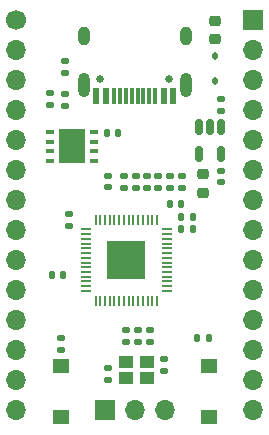
<source format=gbr>
%TF.GenerationSoftware,KiCad,Pcbnew,8.0.0*%
%TF.CreationDate,2024-02-27T23:55:06+02:00*%
%TF.ProjectId,my-rp2040,6d792d72-7032-4303-9430-2e6b69636164,rev?*%
%TF.SameCoordinates,PX555a960PY4fdec70*%
%TF.FileFunction,Soldermask,Top*%
%TF.FilePolarity,Negative*%
%FSLAX46Y46*%
G04 Gerber Fmt 4.6, Leading zero omitted, Abs format (unit mm)*
G04 Created by KiCad (PCBNEW 8.0.0) date 2024-02-27 23:55:06*
%MOMM*%
%LPD*%
G01*
G04 APERTURE LIST*
G04 Aperture macros list*
%AMRoundRect*
0 Rectangle with rounded corners*
0 $1 Rounding radius*
0 $2 $3 $4 $5 $6 $7 $8 $9 X,Y pos of 4 corners*
0 Add a 4 corners polygon primitive as box body*
4,1,4,$2,$3,$4,$5,$6,$7,$8,$9,$2,$3,0*
0 Add four circle primitives for the rounded corners*
1,1,$1+$1,$2,$3*
1,1,$1+$1,$4,$5*
1,1,$1+$1,$6,$7*
1,1,$1+$1,$8,$9*
0 Add four rect primitives between the rounded corners*
20,1,$1+$1,$2,$3,$4,$5,0*
20,1,$1+$1,$4,$5,$6,$7,0*
20,1,$1+$1,$6,$7,$8,$9,0*
20,1,$1+$1,$8,$9,$2,$3,0*%
G04 Aperture macros list end*
%ADD10RoundRect,0.150000X-0.150000X0.512500X-0.150000X-0.512500X0.150000X-0.512500X0.150000X0.512500X0*%
%ADD11R,1.700000X1.700000*%
%ADD12O,1.700000X1.700000*%
%ADD13RoundRect,0.140000X0.170000X-0.140000X0.170000X0.140000X-0.170000X0.140000X-0.170000X-0.140000X0*%
%ADD14RoundRect,0.135000X0.185000X-0.135000X0.185000X0.135000X-0.185000X0.135000X-0.185000X-0.135000X0*%
%ADD15RoundRect,0.140000X-0.170000X0.140000X-0.170000X-0.140000X0.170000X-0.140000X0.170000X0.140000X0*%
%ADD16RoundRect,0.135000X-0.185000X0.135000X-0.185000X-0.135000X0.185000X-0.135000X0.185000X0.135000X0*%
%ADD17RoundRect,0.050000X-0.387500X-0.050000X0.387500X-0.050000X0.387500X0.050000X-0.387500X0.050000X0*%
%ADD18RoundRect,0.050000X-0.050000X-0.387500X0.050000X-0.387500X0.050000X0.387500X-0.050000X0.387500X0*%
%ADD19R,3.200000X3.200000*%
%ADD20C,1.700000*%
%ADD21RoundRect,0.135000X0.135000X0.185000X-0.135000X0.185000X-0.135000X-0.185000X0.135000X-0.185000X0*%
%ADD22RoundRect,0.218750X-0.256250X0.218750X-0.256250X-0.218750X0.256250X-0.218750X0.256250X0.218750X0*%
%ADD23RoundRect,0.218750X0.256250X-0.218750X0.256250X0.218750X-0.256250X0.218750X-0.256250X-0.218750X0*%
%ADD24R,1.360000X1.230000*%
%ADD25RoundRect,0.112500X0.112500X-0.187500X0.112500X0.187500X-0.112500X0.187500X-0.112500X-0.187500X0*%
%ADD26RoundRect,0.140000X-0.140000X-0.170000X0.140000X-0.170000X0.140000X0.170000X-0.140000X0.170000X0*%
%ADD27R,0.800000X0.400000*%
%ADD28R,2.300000X3.000000*%
%ADD29C,0.650000*%
%ADD30R,0.600000X1.450000*%
%ADD31R,0.300000X1.450000*%
%ADD32O,1.000000X2.100000*%
%ADD33O,1.000000X1.600000*%
%ADD34R,1.150000X1.000000*%
%ADD35RoundRect,0.140000X0.140000X0.170000X-0.140000X0.170000X-0.140000X-0.170000X0.140000X-0.170000X0*%
G04 APERTURE END LIST*
D10*
%TO.C,U1*%
X19350000Y25850000D03*
X18400000Y25850000D03*
X17450000Y25850000D03*
X17450000Y23575000D03*
X19350000Y23575000D03*
%TD*%
D11*
%TO.C,J4*%
X9475000Y1910000D03*
D12*
X12015000Y1910000D03*
X14555000Y1910000D03*
%TD*%
D13*
%TO.C,C1*%
X19350000Y27270000D03*
X19350000Y28230000D03*
%TD*%
%TO.C,C15*%
X9770000Y4470000D03*
X9770000Y5430000D03*
%TD*%
%TO.C,C16*%
X14490000Y5240000D03*
X14490000Y6200000D03*
%TD*%
D14*
%TO.C,R6*%
X4800000Y27700000D03*
X4800000Y28720000D03*
%TD*%
D15*
%TO.C,C2*%
X19350000Y22150000D03*
X19350000Y21190000D03*
%TD*%
D16*
%TO.C,R1*%
X6100000Y31460000D03*
X6100000Y30440000D03*
%TD*%
D14*
%TO.C,R4*%
X15980000Y20700000D03*
X15980000Y21720000D03*
%TD*%
D17*
%TO.C,U3*%
X7862500Y17200000D03*
X7862500Y16800000D03*
X7862500Y16400000D03*
X7862500Y16000000D03*
X7862500Y15600000D03*
X7862500Y15200000D03*
X7862500Y14800000D03*
X7862500Y14400000D03*
X7862500Y14000000D03*
X7862500Y13600000D03*
X7862500Y13200000D03*
X7862500Y12800000D03*
X7862500Y12400000D03*
X7862500Y12000000D03*
D18*
X8700000Y11162500D03*
X9100000Y11162500D03*
X9500000Y11162500D03*
X9900000Y11162500D03*
X10300000Y11162500D03*
X10700000Y11162500D03*
X11100000Y11162500D03*
X11500000Y11162500D03*
X11900000Y11162500D03*
X12300000Y11162500D03*
X12700000Y11162500D03*
X13100000Y11162500D03*
X13500000Y11162500D03*
X13900000Y11162500D03*
D17*
X14737500Y12000000D03*
X14737500Y12400000D03*
X14737500Y12800000D03*
X14737500Y13200000D03*
X14737500Y13600000D03*
X14737500Y14000000D03*
X14737500Y14400000D03*
X14737500Y14800000D03*
X14737500Y15200000D03*
X14737500Y15600000D03*
X14737500Y16000000D03*
X14737500Y16400000D03*
X14737500Y16800000D03*
X14737500Y17200000D03*
D18*
X13900000Y18037500D03*
X13500000Y18037500D03*
X13100000Y18037500D03*
X12700000Y18037500D03*
X12300000Y18037500D03*
X11900000Y18037500D03*
X11500000Y18037500D03*
X11100000Y18037500D03*
X10700000Y18037500D03*
X10300000Y18037500D03*
X9900000Y18037500D03*
X9500000Y18037500D03*
X9100000Y18037500D03*
X8700000Y18037500D03*
D19*
X11300000Y14600000D03*
%TD*%
D20*
%TO.C,J2*%
X2000000Y34910000D03*
D12*
X2000000Y32370000D03*
X2000000Y29830000D03*
X2000000Y27290000D03*
X2000000Y24750000D03*
X2000000Y22210000D03*
X2000000Y19670000D03*
X2000000Y17130000D03*
X2000000Y14590000D03*
X2000000Y12050000D03*
X2000000Y9510000D03*
X2000000Y6970000D03*
X2000000Y4430000D03*
X2000000Y1890000D03*
%TD*%
D14*
%TO.C,R2*%
X6100000Y27690000D03*
X6100000Y28710000D03*
%TD*%
D21*
%TO.C,R5*%
X18290000Y7980000D03*
X17270000Y7980000D03*
%TD*%
D15*
%TO.C,C10*%
X6410000Y18490000D03*
X6410000Y17530000D03*
%TD*%
D22*
%TO.C,F1*%
X18800000Y34887500D03*
X18800000Y33312500D03*
%TD*%
D11*
%TO.C,J3*%
X22000000Y34910000D03*
D12*
X22000000Y32370000D03*
X22000000Y29830000D03*
X22000000Y27290000D03*
X22000000Y24750000D03*
X22000000Y22210000D03*
X22000000Y19670000D03*
X22000000Y17130000D03*
X22000000Y14590000D03*
X22000000Y12050000D03*
X22000000Y9510000D03*
X22000000Y6970000D03*
X22000000Y4430000D03*
X22000000Y1890000D03*
%TD*%
D15*
%TO.C,C8*%
X12083332Y21700000D03*
X12083332Y20740000D03*
%TD*%
D23*
%TO.C,D2*%
X17820000Y20302500D03*
X17820000Y21877500D03*
%TD*%
D24*
%TO.C,SW1*%
X18300000Y5650000D03*
X18300000Y1290000D03*
%TD*%
D25*
%TO.C,D1*%
X18800000Y29750000D03*
X18800000Y31850000D03*
%TD*%
D26*
%TO.C,C11*%
X4990000Y13330000D03*
X5950000Y13330000D03*
%TD*%
D16*
%TO.C,R9*%
X11300000Y8680000D03*
X11300000Y7660000D03*
%TD*%
D24*
%TO.C,SW2*%
X5740000Y5650000D03*
X5740000Y1290000D03*
%TD*%
D26*
%TO.C,C14*%
X9660000Y25400000D03*
X10620000Y25400000D03*
%TD*%
D16*
%TO.C,R3*%
X5730000Y8000000D03*
X5730000Y6980000D03*
%TD*%
D27*
%TO.C,U2*%
X4800000Y25425000D03*
X4800000Y24625000D03*
X4800000Y23825000D03*
X4800000Y23025000D03*
X8600000Y23025000D03*
X8600000Y23825000D03*
X8600000Y24625000D03*
X8600000Y25425000D03*
D28*
X6700000Y24225000D03*
%TD*%
D15*
%TO.C,C9*%
X11116666Y21700000D03*
X11116666Y20740000D03*
%TD*%
D29*
%TO.C,J1*%
X14890000Y29960000D03*
X9110000Y29960000D03*
D30*
X15250000Y28515000D03*
X14450000Y28515000D03*
D31*
X13250000Y28515000D03*
X12250000Y28515000D03*
X11750000Y28515000D03*
X10750000Y28515000D03*
D30*
X9550000Y28515000D03*
X8750000Y28515000D03*
X8750000Y28515000D03*
X9550000Y28515000D03*
D31*
X10250000Y28515000D03*
X11250000Y28515000D03*
X12750000Y28515000D03*
X13750000Y28515000D03*
D30*
X14450000Y28515000D03*
X15250000Y28515000D03*
D32*
X16320000Y29430000D03*
D33*
X16320000Y33610000D03*
D32*
X7680000Y29430000D03*
D33*
X7680000Y33610000D03*
%TD*%
D13*
%TO.C,C12*%
X12310000Y7710000D03*
X12310000Y8670000D03*
%TD*%
D16*
%TO.C,R7*%
X13049998Y21710000D03*
X13049998Y20690000D03*
%TD*%
D13*
%TO.C,C4*%
X13300000Y7710000D03*
X13300000Y8670000D03*
%TD*%
D34*
%TO.C,Y1*%
X13020000Y6020000D03*
X11270000Y6020000D03*
X11270000Y4620000D03*
X13020000Y4620000D03*
%TD*%
D15*
%TO.C,C3*%
X9790000Y21740000D03*
X9790000Y20780000D03*
%TD*%
D35*
%TO.C,C7*%
X16930000Y18250000D03*
X15970000Y18250000D03*
%TD*%
D15*
%TO.C,C5*%
X14983330Y21700000D03*
X14983330Y20740000D03*
%TD*%
D35*
%TO.C,C13*%
X16930000Y17200000D03*
X15970000Y17200000D03*
%TD*%
%TO.C,C6*%
X15960000Y19350000D03*
X15000000Y19350000D03*
%TD*%
D16*
%TO.C,R8*%
X14016664Y21710000D03*
X14016664Y20690000D03*
%TD*%
M02*

</source>
